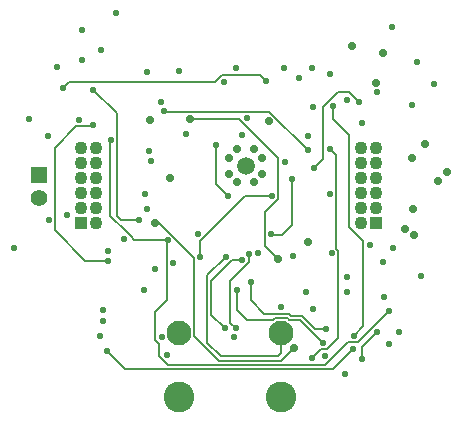
<source format=gbr>
G04 #@! TF.GenerationSoftware,KiCad,Pcbnew,7.0.7*
G04 #@! TF.CreationDate,2024-10-23T00:01:57-07:00*
G04 #@! TF.ProjectId,ESP_POE_1.4b,4553505f-504f-4455-9f31-2e34622e6b69,K*
G04 #@! TF.SameCoordinates,Original*
G04 #@! TF.FileFunction,Copper,L4,Inr*
G04 #@! TF.FilePolarity,Positive*
%FSLAX46Y46*%
G04 Gerber Fmt 4.6, Leading zero omitted, Abs format (unit mm)*
G04 Created by KiCad (PCBNEW 7.0.7) date 2024-10-23 00:01:57*
%MOMM*%
%LPD*%
G01*
G04 APERTURE LIST*
G04 #@! TA.AperFunction,ComponentPad*
%ADD10R,1.400000X1.400000*%
G04 #@! TD*
G04 #@! TA.AperFunction,ComponentPad*
%ADD11C,1.400000*%
G04 #@! TD*
G04 #@! TA.AperFunction,ComponentPad*
%ADD12C,2.100000*%
G04 #@! TD*
G04 #@! TA.AperFunction,ComponentPad*
%ADD13C,2.600000*%
G04 #@! TD*
G04 #@! TA.AperFunction,ComponentPad*
%ADD14R,1.100000X1.100000*%
G04 #@! TD*
G04 #@! TA.AperFunction,ComponentPad*
%ADD15C,1.100000*%
G04 #@! TD*
G04 #@! TA.AperFunction,ComponentPad*
%ADD16C,0.700000*%
G04 #@! TD*
G04 #@! TA.AperFunction,ComponentPad*
%ADD17C,1.500000*%
G04 #@! TD*
G04 #@! TA.AperFunction,ViaPad*
%ADD18C,0.550000*%
G04 #@! TD*
G04 #@! TA.AperFunction,ViaPad*
%ADD19C,0.700000*%
G04 #@! TD*
G04 #@! TA.AperFunction,Conductor*
%ADD20C,0.203200*%
G04 #@! TD*
G04 APERTURE END LIST*
D10*
X74389520Y-143148050D03*
D11*
X74392060Y-145177510D03*
D12*
X86256400Y-156589400D03*
D13*
X86256400Y-161949400D03*
D12*
X94896400Y-156589400D03*
D13*
X94896400Y-161949400D03*
D14*
X77927200Y-147218400D03*
D15*
X79197200Y-147218400D03*
X77927200Y-145948400D03*
X79197200Y-145948400D03*
X77927200Y-144678400D03*
X79197200Y-144678400D03*
X77927200Y-143408400D03*
X79197200Y-143408400D03*
X77927200Y-142138400D03*
X79197200Y-142138400D03*
X77927200Y-140868400D03*
X79197200Y-140868400D03*
D16*
X93288000Y-143120000D03*
X93288000Y-141720000D03*
X92588000Y-143820000D03*
X92588000Y-141020000D03*
D17*
X91888000Y-142420000D03*
D16*
X91188000Y-143820000D03*
X91188000Y-141020000D03*
X90488000Y-143120000D03*
X90488000Y-141720000D03*
D14*
X102920800Y-147218400D03*
D15*
X101650800Y-147218400D03*
X102920800Y-145948400D03*
X101650800Y-145948400D03*
X102920800Y-144678400D03*
X101650800Y-144678400D03*
X102920800Y-143408400D03*
X101650800Y-143408400D03*
X102920800Y-142138400D03*
X101650800Y-142138400D03*
X102920800Y-140868400D03*
X101650800Y-140868400D03*
D18*
X93573600Y-135261600D03*
X76384400Y-135820400D03*
X72288400Y-149402800D03*
X96367600Y-134975600D03*
X98602800Y-158496000D03*
X104241600Y-130657600D03*
X86207600Y-134367600D03*
X97180400Y-139903200D03*
X104343200Y-149343700D03*
X79774800Y-155549600D03*
X92913200Y-149809200D03*
D19*
X97180400Y-148856298D03*
D18*
X100431600Y-153130000D03*
D19*
X102903979Y-135378187D03*
D18*
X98988000Y-134620000D03*
X103479600Y-150571200D03*
X75239700Y-146964400D03*
X103987600Y-157480000D03*
X95859600Y-150032800D03*
X73558400Y-138430000D03*
D19*
X106070400Y-146100800D03*
D18*
X84767299Y-156925237D03*
X77779700Y-138561600D03*
X78028800Y-130911600D03*
X107797600Y-135483600D03*
X105968800Y-137261600D03*
X77984024Y-133483076D03*
X104827901Y-156514800D03*
X106426000Y-133654800D03*
X79552800Y-156819600D03*
X97586800Y-137464800D03*
X103632000Y-153517600D03*
D19*
X85445600Y-143459200D03*
D18*
X83566000Y-134447100D03*
X97485200Y-134162800D03*
X98988000Y-140970000D03*
X97466400Y-158718000D03*
D19*
X103530400Y-132892800D03*
X100868400Y-132232400D03*
D18*
X99314000Y-137312400D03*
X100489115Y-136874658D03*
X101041200Y-156819600D03*
D19*
X108153200Y-143713200D03*
D18*
X79603600Y-132638800D03*
X94848690Y-154352127D03*
X100431600Y-151841200D03*
X75107800Y-139852400D03*
X90078400Y-135280400D03*
X100252962Y-160044562D03*
X106730800Y-151771600D03*
X84226400Y-151130000D03*
X86798849Y-139687300D03*
D19*
X93850621Y-138610179D03*
D18*
X95148400Y-134162300D03*
X91084400Y-134144000D03*
X80924400Y-129489200D03*
X80453800Y-140258800D03*
X85293200Y-148710400D03*
X104038400Y-154686000D03*
X101701600Y-158800800D03*
D19*
X95961200Y-157835600D03*
D18*
X102972438Y-156515638D03*
D19*
X84226400Y-147269200D03*
D18*
X83874200Y-142036800D03*
X91983560Y-138360400D03*
X97028000Y-153130000D03*
X90220800Y-150114000D03*
X87833200Y-148183600D03*
X76758800Y-146608800D03*
X80162400Y-158108400D03*
X100945292Y-157900100D03*
X98988000Y-144780000D03*
X103022400Y-136120300D03*
X101752400Y-138785600D03*
X75895200Y-134061200D03*
X78943200Y-138988800D03*
X80264103Y-150432480D03*
X101498400Y-137026400D03*
X97688400Y-142627600D03*
X92151200Y-149860000D03*
X91024898Y-156179400D03*
X90881200Y-156921200D03*
X91541600Y-150418800D03*
X90152902Y-156179400D03*
X83261200Y-152940000D03*
D19*
X107086400Y-140565599D03*
X105968800Y-141732000D03*
D18*
X102385801Y-149098000D03*
X95250000Y-142087600D03*
D19*
X105359200Y-147777200D03*
X108966000Y-142900400D03*
D18*
X85750400Y-150622000D03*
D19*
X106172000Y-148234400D03*
D18*
X89357200Y-140614400D03*
X90358280Y-144969957D03*
X95808800Y-143510000D03*
X94005254Y-148208854D03*
X79825600Y-154635200D03*
X88036400Y-150164800D03*
X94132400Y-144969500D03*
X81603600Y-148590000D03*
D19*
X83810951Y-138569200D03*
X87128700Y-138417300D03*
X94640400Y-150317200D03*
D18*
X83566000Y-146050000D03*
X99163106Y-149809029D03*
X83667600Y-141122400D03*
X91541600Y-139801600D03*
X83330800Y-144780000D03*
X97129600Y-141071600D03*
X85007200Y-137787257D03*
X78994000Y-135991600D03*
X82854800Y-147015200D03*
X98450400Y-157378400D03*
X91135700Y-152921239D03*
X92298700Y-152280000D03*
X98704400Y-156210000D03*
X84696128Y-137021528D03*
X80257900Y-149606000D03*
X97611543Y-154533468D03*
X85242400Y-158464000D03*
D20*
X93051900Y-134739900D02*
X89854517Y-134739900D01*
X89854517Y-134739900D02*
X89314017Y-135280400D01*
X93573600Y-135261600D02*
X93051900Y-134739900D01*
X89314017Y-135280400D02*
X76924400Y-135280400D01*
X76924400Y-135280400D02*
X76384400Y-135820400D01*
X99554800Y-149436340D02*
X99720400Y-149601940D01*
X98736900Y-157955500D02*
X98228900Y-157955500D01*
X99720400Y-156972000D02*
X98736900Y-157955500D01*
X98988000Y-140970000D02*
X99554800Y-141536800D01*
X98228900Y-157955500D02*
X97466400Y-158718000D01*
X99554800Y-141536800D02*
X99554800Y-149436340D01*
X99720400Y-149601940D02*
X99720400Y-156972000D01*
X99314000Y-137312400D02*
X99314000Y-138483183D01*
X101845801Y-156014999D02*
X101041200Y-156819600D01*
X101845801Y-148782618D02*
X101845801Y-156014999D01*
X100634800Y-139803983D02*
X100634800Y-147571617D01*
X99314000Y-138483183D02*
X100634800Y-139803983D01*
X100634800Y-147571617D02*
X101845801Y-148782618D01*
X85324202Y-159258000D02*
X84582000Y-158515798D01*
X81806300Y-148049500D02*
X81827483Y-148049500D01*
X80416400Y-140296200D02*
X80416400Y-146659600D01*
X84226799Y-154773001D02*
X85209900Y-153789900D01*
X98628200Y-159258000D02*
X85324202Y-159258000D01*
X80416400Y-146659600D02*
X81806300Y-148049500D01*
X100526100Y-157360100D02*
X98628200Y-159258000D01*
X81827483Y-148049500D02*
X82144100Y-148366117D01*
X82144100Y-148366117D02*
X82144100Y-148387300D01*
X85209900Y-148793700D02*
X85293200Y-148710400D01*
X84582000Y-157504321D02*
X84226799Y-157149120D01*
X80453800Y-140258800D02*
X80416400Y-140296200D01*
X85209900Y-153789900D02*
X85209900Y-148793700D01*
X84226799Y-157149120D02*
X84226799Y-154773001D01*
X104038400Y-154686000D02*
X101364300Y-157360100D01*
X82467200Y-148710400D02*
X85293200Y-148710400D01*
X82144100Y-148387300D02*
X82467200Y-148710400D01*
X84582000Y-158515798D02*
X84582000Y-157504321D01*
X101364300Y-157360100D02*
X100526100Y-157360100D01*
X101701600Y-158800800D02*
X101701600Y-157786476D01*
X87535000Y-156785173D02*
X89652227Y-158902400D01*
X84226400Y-147269200D02*
X84564198Y-147269200D01*
X101701600Y-157786476D02*
X102972438Y-156515638D01*
X84564198Y-147269200D02*
X87535000Y-150240002D01*
X89652227Y-158902400D02*
X94894400Y-158902400D01*
X94894400Y-158902400D02*
X95961200Y-157835600D01*
X87535000Y-150240002D02*
X87535000Y-156785173D01*
X90220800Y-150114000D02*
X88646000Y-151688800D01*
X88646000Y-157429200D02*
X89763600Y-158546800D01*
X94896400Y-158240000D02*
X94896400Y-156589400D01*
X94589600Y-158546800D02*
X94896400Y-158240000D01*
X89763600Y-158546800D02*
X94589600Y-158546800D01*
X88646000Y-151688800D02*
X88646000Y-157429200D01*
X99257192Y-159588200D02*
X81642200Y-159588200D01*
X81642200Y-159588200D02*
X80162400Y-158108400D01*
X100945292Y-157900100D02*
X99257192Y-159588200D01*
X75742800Y-147878800D02*
X78296480Y-150432480D01*
X77546000Y-139065200D02*
X75742800Y-140868400D01*
X78866800Y-139065200D02*
X77546000Y-139065200D01*
X78943200Y-138988800D02*
X78866800Y-139065200D01*
X78296480Y-150432480D02*
X80264103Y-150432480D01*
X75742800Y-140868400D02*
X75742800Y-147878800D01*
X99717353Y-136144664D02*
X100616664Y-136144664D01*
X97688400Y-142627600D02*
X98447500Y-141868500D01*
X98447500Y-141868500D02*
X98447500Y-137414517D01*
X98447500Y-137414517D02*
X99717353Y-136144664D01*
X100616664Y-136144664D02*
X101498400Y-137026400D01*
X91024898Y-156145938D02*
X90972568Y-156093608D01*
X90595200Y-152129583D02*
X92151200Y-150573583D01*
X92151200Y-150573583D02*
X92151200Y-149860000D01*
X91024898Y-156179400D02*
X91024898Y-156145938D01*
X90595200Y-155749702D02*
X90595200Y-152129583D01*
X91024898Y-156234590D02*
X91024898Y-156179400D01*
X91024898Y-156179400D02*
X90595200Y-155749702D01*
X90152902Y-156179400D02*
X88976200Y-155002698D01*
X90728800Y-150418800D02*
X91541600Y-150418800D01*
X88976200Y-152171400D02*
X90728800Y-150418800D01*
X88976200Y-155002698D02*
X88976200Y-152171400D01*
X89357200Y-143968877D02*
X89357200Y-140614400D01*
X90358280Y-144969957D02*
X89357200Y-143968877D01*
X94005254Y-148208854D02*
X94030800Y-148234400D01*
X95808800Y-147421600D02*
X95808800Y-143510000D01*
X94996000Y-148234400D02*
X95808800Y-147421600D01*
X94030800Y-148234400D02*
X94996000Y-148234400D01*
X94132400Y-144969500D02*
X91809300Y-144969500D01*
X88036400Y-148742400D02*
X88036400Y-150164800D01*
X91809300Y-144969500D02*
X88036400Y-148742400D01*
X93501654Y-146312444D02*
X94636000Y-145178098D01*
X93501654Y-149178454D02*
X93501654Y-146312444D01*
X94636000Y-141778400D02*
X91274900Y-138417300D01*
X91274900Y-138417300D02*
X87128700Y-138417300D01*
X94636000Y-145178098D02*
X94636000Y-141778400D01*
X94640400Y-150317200D02*
X93501654Y-149178454D01*
X85040343Y-137820400D02*
X93878400Y-137820400D01*
X85007200Y-137787257D02*
X85040343Y-137820400D01*
X93878400Y-137820400D02*
X97129600Y-141071600D01*
X80956900Y-146641300D02*
X81330800Y-147015200D01*
X78994000Y-135991600D02*
X80956900Y-137954500D01*
X81330800Y-147015200D02*
X82854800Y-147015200D01*
X80956900Y-137954500D02*
X80956900Y-146641300D01*
X91998800Y-155448000D02*
X94229586Y-155448000D01*
X91135700Y-152921239D02*
X91135700Y-154584900D01*
X95426014Y-155310800D02*
X95563214Y-155448000D01*
X94229586Y-155448000D02*
X94366786Y-155310800D01*
X95563214Y-155448000D02*
X96520000Y-155448000D01*
X94366786Y-155310800D02*
X95426014Y-155310800D01*
X91135700Y-154584900D02*
X91998800Y-155448000D01*
X96520000Y-155448000D02*
X98450400Y-157378400D01*
X97748974Y-156210000D02*
X98704400Y-156210000D01*
X93472000Y-154940000D02*
X95522188Y-154940000D01*
X92298700Y-153766700D02*
X93472000Y-154940000D01*
X92298700Y-152280000D02*
X92298700Y-153766700D01*
X95522188Y-154940000D02*
X95699988Y-155117800D01*
X95699988Y-155117800D02*
X96656774Y-155117800D01*
X96656774Y-155117800D02*
X97748974Y-156210000D01*
M02*

</source>
